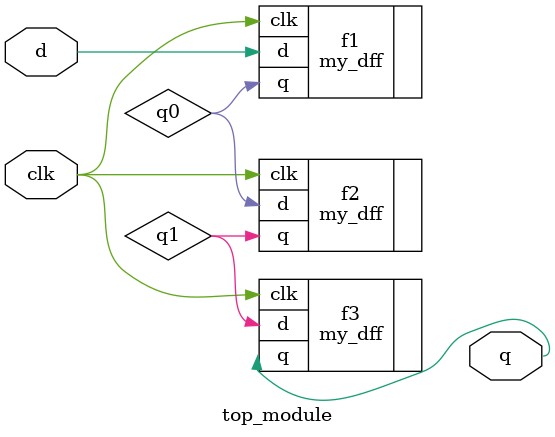
<source format=sv>
module top_module ( input logic clk, 
                    input logic d, 
                    output logic q 
                  );

    wire logic q0,q1;
    
    my_dff f1 (
        .clk(clk),
        .d(d),
        .q(q0)
    );
    
    my_dff f2 (
        .clk(clk),
        .d(q0),
        .q(q1)
    );
    
    my_dff f3 (
        .clk(clk),
        .d(q1),
        .q(q)
    );
    
endmodule

</source>
